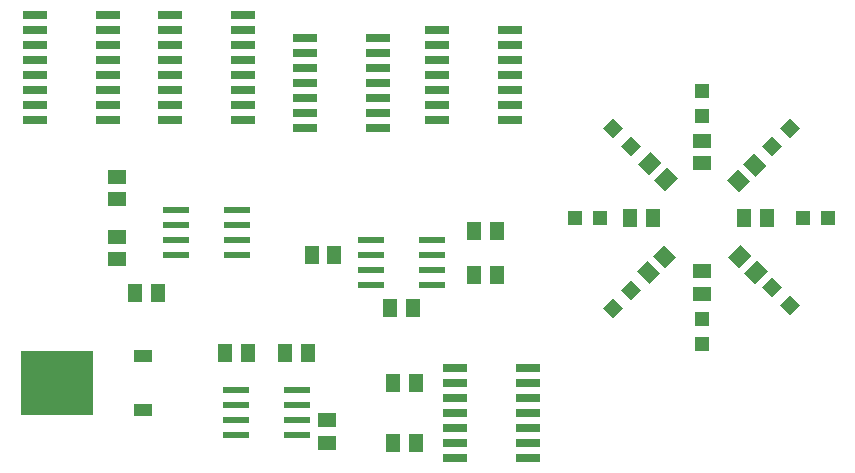
<source format=gtp>
G04 This is an RS-274x file exported by *
G04 gerbv version 2.6A *
G04 More information is available about gerbv at *
G04 http://gerbv.geda-project.org/ *
G04 --End of header info--*
%MOIN*%
%FSLAX34Y34*%
%IPPOS*%
%INSolderpaste Top*%
G04 --Define apertures--*
%ADD10R,0.0591X0.0512*%
%ADD11R,0.0512X0.0591*%
%ADD12R,0.0472X0.0472*%
%ADD13R,0.0472X0.0472*%
%ADD14R,0.2441X0.2126*%
%ADD15R,0.0630X0.0394*%
%ADD16R,0.0866X0.0236*%
%ADD17R,0.0800X0.0260*%
G04 --Start main section--*
G54D10*
G01X0004500Y0011126D03*
G01X0004500Y0011874D03*
G01X0011500Y0003748D03*
G01X0011500Y0003000D03*
G54D11*
G01X0011748Y0009250D03*
G01X0011000Y0009250D03*
G54D12*
G01X0024000Y0014713D03*
G01X0024000Y0013887D03*
G54D13*
G36*
G01X0026942Y0013158D02*
G01X0026608Y0013492D01*
G01X0026942Y0013826D01*
G01X0027276Y0013492D01*
G01X0026942Y0013158D01*
G37*
G36*
G01X0026358Y0012574D02*
G01X0026024Y0012908D01*
G01X0026358Y0013242D01*
G01X0026692Y0012908D01*
G01X0026358Y0012574D01*
G37*
G54D12*
G01X0028213Y0010500D03*
G01X0027387Y0010500D03*
G54D13*
G36*
G01X0026608Y0007608D02*
G01X0026942Y0007942D01*
G01X0027276Y0007608D01*
G01X0026942Y0007274D01*
G01X0026608Y0007608D01*
G37*
G36*
G01X0026024Y0008192D02*
G01X0026358Y0008526D01*
G01X0026692Y0008192D01*
G01X0026358Y0007858D01*
G01X0026024Y0008192D01*
G37*
G54D12*
G01X0024000Y0006287D03*
G01X0024000Y0007113D03*
G54D13*
G36*
G01X0021058Y0007842D02*
G01X0021392Y0007508D01*
G01X0021058Y0007174D01*
G01X0020724Y0007508D01*
G01X0021058Y0007842D01*
G37*
G36*
G01X0021642Y0008426D02*
G01X0021976Y0008092D01*
G01X0021642Y0007758D01*
G01X0021308Y0008092D01*
G01X0021642Y0008426D01*
G37*
G54D12*
G01X0019787Y0010500D03*
G01X0020613Y0010500D03*
G54D13*
G36*
G01X0021392Y0013492D02*
G01X0021058Y0013158D01*
G01X0020724Y0013492D01*
G01X0021058Y0013826D01*
G01X0021392Y0013492D01*
G37*
G36*
G01X0021976Y0012908D02*
G01X0021642Y0012574D01*
G01X0021308Y0012908D01*
G01X0021642Y0013242D01*
G01X0021976Y0012908D01*
G37*
G54D11*
G01X0005126Y0008000D03*
G01X0005874Y0008000D03*
G36*
G01X0022842Y0012175D02*
G01X0023204Y0011813D01*
G01X0022787Y0011396D01*
G01X0022425Y0011758D01*
G01X0022842Y0012175D01*
G37*
G36*
G01X0022313Y0012704D02*
G01X0022675Y0012342D01*
G01X0022258Y0011925D01*
G01X0021896Y0012287D01*
G01X0022313Y0012704D01*
G37*
G54D10*
G01X0024000Y0012326D03*
G01X0024000Y0013074D03*
G54D11*
G36*
G01X0025625Y0011708D02*
G01X0025263Y0011346D01*
G01X0024846Y0011763D01*
G01X0025208Y0012125D01*
G01X0025625Y0011708D01*
G37*
G36*
G01X0026154Y0012237D02*
G01X0025792Y0011875D01*
G01X0025375Y0012292D01*
G01X0025737Y0012654D01*
G01X0026154Y0012237D01*
G37*
G01X0025426Y0010500D03*
G01X0026174Y0010500D03*
G01X0013726Y0003000D03*
G01X0014474Y0003000D03*
G36*
G01X0022375Y0009242D02*
G01X0022737Y0009604D01*
G01X0023154Y0009187D01*
G01X0022792Y0008825D01*
G01X0022375Y0009242D01*
G37*
G36*
G01X0021846Y0008713D02*
G01X0022208Y0009075D01*
G01X0022625Y0008658D01*
G01X0022263Y0008296D01*
G01X0021846Y0008713D01*
G37*
G54D10*
G01X0024000Y0008724D03*
G01X0024000Y0007976D03*
G54D11*
G36*
G01X0025258Y0008825D02*
G01X0024896Y0009187D01*
G01X0025313Y0009604D01*
G01X0025675Y0009242D01*
G01X0025258Y0008825D01*
G37*
G36*
G01X0025787Y0008296D02*
G01X0025425Y0008658D01*
G01X0025842Y0009075D01*
G01X0026204Y0008713D01*
G01X0025787Y0008296D01*
G37*
G54D10*
G01X0004500Y0009126D03*
G01X0004500Y0009874D03*
G54D11*
G01X0014474Y0005000D03*
G01X0013726Y0005000D03*
G01X0008126Y0006000D03*
G01X0008874Y0006000D03*
G01X0010874Y0006000D03*
G01X0010126Y0006000D03*
G01X0017174Y0010050D03*
G01X0016426Y0010050D03*
G01X0017174Y0008600D03*
G01X0016426Y0008600D03*
G01X0013626Y0007500D03*
G01X0014374Y0007500D03*
G01X0022374Y0010500D03*
G01X0021626Y0010500D03*
G54D14*
G01X0002516Y0005000D03*
G54D15*
G01X0005390Y0004102D03*
G01X0005390Y0005898D03*
G54D16*
G01X0008524Y0009750D03*
G01X0006476Y0009750D03*
G01X0008524Y0009250D03*
G01X0008524Y0010250D03*
G01X0008524Y0010750D03*
G01X0006476Y0009250D03*
G01X0006476Y0010250D03*
G01X0006476Y0010750D03*
G54D17*
G01X0001790Y0017250D03*
G01X0004210Y0017250D03*
G01X0001790Y0016750D03*
G01X0001790Y0016250D03*
G01X0004210Y0016750D03*
G01X0004210Y0016250D03*
G01X0001790Y0015750D03*
G01X0004210Y0015750D03*
G01X0001790Y0015250D03*
G01X0004210Y0015250D03*
G01X0001790Y0014750D03*
G01X0001790Y0014250D03*
G01X0004210Y0014750D03*
G01X0004210Y0014250D03*
G01X0001790Y0013750D03*
G01X0004210Y0013750D03*
G01X0006290Y0017250D03*
G01X0008710Y0017250D03*
G01X0006290Y0016750D03*
G01X0006290Y0016250D03*
G01X0008710Y0016750D03*
G01X0008710Y0016250D03*
G01X0006290Y0015750D03*
G01X0008710Y0015750D03*
G01X0006290Y0015250D03*
G01X0008710Y0015250D03*
G01X0006290Y0014750D03*
G01X0006290Y0014250D03*
G01X0008710Y0014750D03*
G01X0008710Y0014250D03*
G01X0006290Y0013750D03*
G01X0008710Y0013750D03*
G54D16*
G01X0008476Y0004250D03*
G01X0010524Y0004250D03*
G01X0008476Y0004750D03*
G01X0008476Y0003750D03*
G01X0008476Y0003250D03*
G01X0010524Y0004750D03*
G01X0010524Y0003750D03*
G01X0010524Y0003250D03*
G54D17*
G01X0015790Y0005500D03*
G01X0018210Y0005500D03*
G01X0015790Y0005000D03*
G01X0015790Y0004500D03*
G01X0018210Y0005000D03*
G01X0018210Y0004500D03*
G01X0015790Y0004000D03*
G01X0018210Y0004000D03*
G01X0015790Y0003500D03*
G01X0015790Y0003000D03*
G01X0018210Y0003500D03*
G01X0018210Y0003000D03*
G01X0015790Y0002500D03*
G01X0018210Y0002500D03*
G54D16*
G01X0012976Y0009250D03*
G01X0015024Y0009250D03*
G01X0012976Y0009750D03*
G01X0012976Y0008750D03*
G01X0012976Y0008250D03*
G01X0015024Y0009750D03*
G01X0015024Y0008750D03*
G01X0015024Y0008250D03*
G54D17*
G01X0010790Y0016500D03*
G01X0013210Y0016500D03*
G01X0010790Y0016000D03*
G01X0010790Y0015500D03*
G01X0013210Y0016000D03*
G01X0013210Y0015500D03*
G01X0010790Y0015000D03*
G01X0013210Y0015000D03*
G01X0010790Y0014500D03*
G01X0010790Y0014000D03*
G01X0013210Y0014500D03*
G01X0013210Y0014000D03*
G01X0010790Y0013500D03*
G01X0013210Y0013500D03*
G01X0015190Y0016750D03*
G01X0017610Y0016750D03*
G01X0015190Y0016250D03*
G01X0015190Y0015750D03*
G01X0017610Y0016250D03*
G01X0017610Y0015750D03*
G01X0015190Y0015250D03*
G01X0017610Y0015250D03*
G01X0015190Y0014750D03*
G01X0015190Y0014250D03*
G01X0017610Y0014750D03*
G01X0017610Y0014250D03*
G01X0015190Y0013750D03*
G01X0017610Y0013750D03*
M02*

</source>
